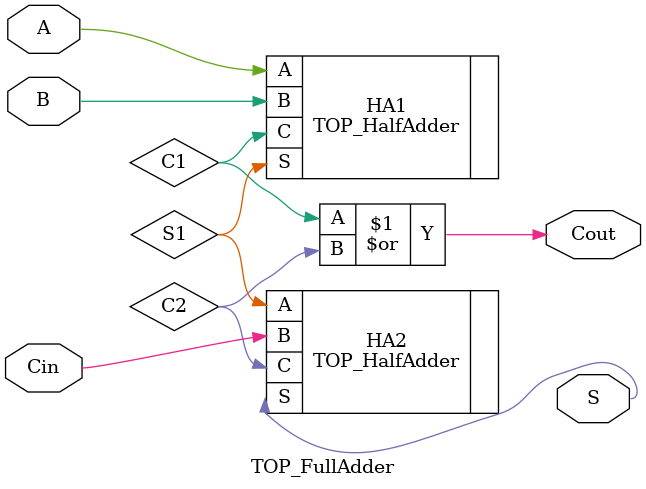
<source format=v>
`timescale 1ns / 1ps


module TOP_FullAdder (
    input wire A,    // 1-bit input A
    input wire B,    // 1-bit input B
    input wire Cin,  // 1-bit carry-in
    output wire S,   // 1-bit sum output
    output wire Cout // 1-bit carry-out output
);

    wire S1, C1, C2;

    // First half adder
    TOP_HalfAdder HA1 (
        .A(A),
        .B(B),
        .S(S1),
        .C(C1)
    );

    // Second half adder
    TOP_HalfAdder HA2 (
        .A(S1),
        .B(Cin),
        .S(S),
        .C(C2)
    );

    assign Cout = C1 | C2; // OR operation for carry-out

endmodule


</source>
